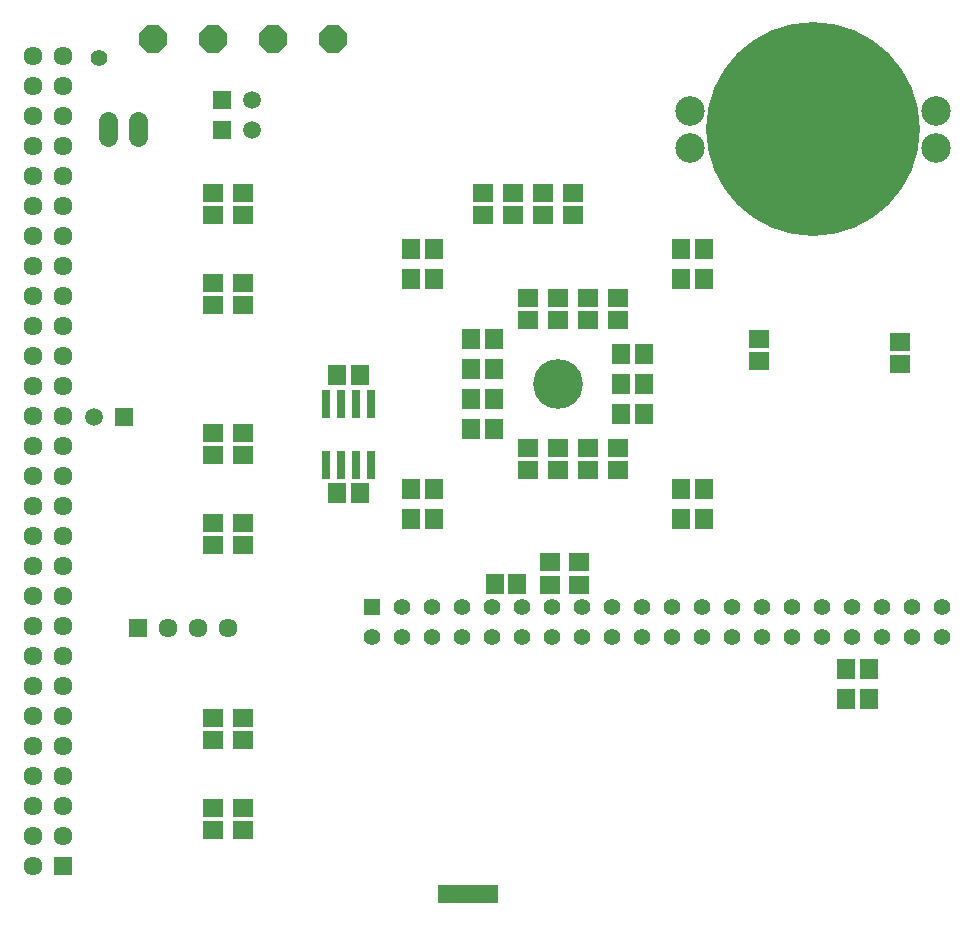
<source format=gbs>
G75*
%MOIN*%
%OFA0B0*%
%FSLAX25Y25*%
%IPPOS*%
%LPD*%
%AMOC8*
5,1,8,0,0,1.08239X$1,22.5*
%
%ADD10R,0.20000X0.06000*%
%ADD11C,0.09855*%
%ADD12C,0.71302*%
%ADD13R,0.06706X0.05918*%
%ADD14R,0.05918X0.06706*%
%ADD15R,0.06337X0.06337*%
%ADD16C,0.06337*%
%ADD17C,0.16610*%
%ADD18R,0.03162X0.09461*%
%ADD19R,0.05550X0.05550*%
%ADD20C,0.05550*%
%ADD21OC8,0.09300*%
%ADD22C,0.02828*%
%ADD23R,0.05943X0.05943*%
%ADD24C,0.05943*%
%ADD25C,0.06337*%
D10*
X0190000Y0060000D03*
D11*
X0264055Y0308701D03*
X0264055Y0320906D03*
X0345945Y0320906D03*
X0345945Y0308701D03*
D12*
X0305000Y0315000D03*
D13*
X0225000Y0293740D03*
X0225000Y0286260D03*
X0215000Y0286260D03*
X0205000Y0286260D03*
X0205000Y0293740D03*
X0215000Y0293740D03*
X0195000Y0293740D03*
X0195000Y0286260D03*
X0210000Y0258740D03*
X0220000Y0258740D03*
X0230000Y0258740D03*
X0230000Y0251260D03*
X0220000Y0251260D03*
X0210000Y0251260D03*
X0240000Y0251260D03*
X0240000Y0258740D03*
X0287044Y0245154D03*
X0287044Y0237674D03*
X0334127Y0236674D03*
X0334127Y0244154D03*
X0240000Y0208740D03*
X0240000Y0201260D03*
X0230000Y0201260D03*
X0220000Y0201260D03*
X0210000Y0201260D03*
X0210000Y0208740D03*
X0220000Y0208740D03*
X0230000Y0208740D03*
X0227000Y0170490D03*
X0217500Y0170490D03*
X0217500Y0163010D03*
X0227000Y0163010D03*
X0115000Y0176260D03*
X0105000Y0176260D03*
X0105000Y0183740D03*
X0115000Y0183740D03*
X0115000Y0206260D03*
X0105000Y0206260D03*
X0105000Y0213740D03*
X0115000Y0213740D03*
X0115000Y0256260D03*
X0105000Y0256260D03*
X0105000Y0263740D03*
X0115000Y0263740D03*
X0115000Y0286260D03*
X0105000Y0286260D03*
X0105000Y0293740D03*
X0115000Y0293740D03*
X0115000Y0118740D03*
X0105000Y0118740D03*
X0105000Y0111260D03*
X0115000Y0111260D03*
X0115000Y0088740D03*
X0105000Y0088740D03*
X0105000Y0081260D03*
X0115000Y0081260D03*
D14*
X0199010Y0163189D03*
X0206490Y0163189D03*
X0178740Y0185000D03*
X0171260Y0185000D03*
X0171260Y0195000D03*
X0178740Y0195000D03*
X0153990Y0193500D03*
X0146510Y0193500D03*
X0191260Y0215000D03*
X0198740Y0215000D03*
X0198740Y0225000D03*
X0191260Y0225000D03*
X0191260Y0235000D03*
X0198740Y0235000D03*
X0198740Y0245000D03*
X0191260Y0245000D03*
X0178740Y0265000D03*
X0171260Y0265000D03*
X0171260Y0275000D03*
X0178740Y0275000D03*
X0241260Y0240000D03*
X0248740Y0240000D03*
X0248740Y0230000D03*
X0241260Y0230000D03*
X0241260Y0220000D03*
X0248740Y0220000D03*
X0261260Y0195000D03*
X0268740Y0195000D03*
X0268740Y0185000D03*
X0261260Y0185000D03*
X0316260Y0135000D03*
X0323740Y0135000D03*
X0323740Y0125000D03*
X0316260Y0125000D03*
X0153990Y0233000D03*
X0146510Y0233000D03*
X0261260Y0265000D03*
X0268740Y0265000D03*
X0268740Y0275000D03*
X0261260Y0275000D03*
D15*
X0080000Y0148500D03*
X0055000Y0069173D03*
D16*
X0045000Y0069173D03*
X0045000Y0079173D03*
X0055000Y0079173D03*
X0055000Y0089173D03*
X0045000Y0089173D03*
X0045000Y0099173D03*
X0055000Y0099173D03*
X0055000Y0109173D03*
X0045000Y0109173D03*
X0045000Y0119173D03*
X0055000Y0119173D03*
X0055000Y0129173D03*
X0045000Y0129173D03*
X0045000Y0139173D03*
X0055000Y0139173D03*
X0055000Y0149173D03*
X0045000Y0149173D03*
X0045000Y0159173D03*
X0055000Y0159173D03*
X0055000Y0169173D03*
X0045000Y0169173D03*
X0045000Y0179173D03*
X0055000Y0179173D03*
X0055000Y0189173D03*
X0045000Y0189173D03*
X0045000Y0199173D03*
X0055000Y0199173D03*
X0055000Y0209173D03*
X0045000Y0209173D03*
X0045000Y0219173D03*
X0055000Y0219173D03*
X0055000Y0229173D03*
X0045000Y0229173D03*
X0045000Y0239173D03*
X0055000Y0239173D03*
X0055000Y0249173D03*
X0045000Y0249173D03*
X0045000Y0259173D03*
X0055000Y0259173D03*
X0055000Y0269173D03*
X0045000Y0269173D03*
X0045000Y0279173D03*
X0055000Y0279173D03*
X0055000Y0289173D03*
X0045000Y0289173D03*
X0045000Y0299173D03*
X0055000Y0299173D03*
X0055000Y0309173D03*
X0045000Y0309173D03*
X0045000Y0319173D03*
X0055000Y0319173D03*
X0055000Y0329173D03*
X0045000Y0329173D03*
X0045000Y0339173D03*
X0055000Y0339173D03*
X0090000Y0148500D03*
X0100000Y0148500D03*
X0110000Y0148500D03*
D17*
X0220000Y0230000D03*
D18*
X0157750Y0223486D03*
X0152750Y0223486D03*
X0147750Y0223486D03*
X0142750Y0223486D03*
X0142750Y0203014D03*
X0147750Y0203014D03*
X0152750Y0203014D03*
X0157750Y0203014D03*
D19*
X0157953Y0155669D03*
D20*
X0167953Y0155669D03*
X0177953Y0155669D03*
X0187953Y0155669D03*
X0197953Y0155669D03*
X0207953Y0155669D03*
X0217953Y0155669D03*
X0227953Y0155669D03*
X0237953Y0155669D03*
X0247953Y0155669D03*
X0257953Y0155669D03*
X0267953Y0155669D03*
X0277953Y0155669D03*
X0287953Y0155669D03*
X0297953Y0155669D03*
X0307953Y0155669D03*
X0317953Y0155669D03*
X0327953Y0155669D03*
X0337953Y0155669D03*
X0347953Y0155669D03*
X0347953Y0145669D03*
X0337953Y0145669D03*
X0327953Y0145669D03*
X0317953Y0145669D03*
X0307953Y0145669D03*
X0297953Y0145669D03*
X0287953Y0145669D03*
X0277953Y0145669D03*
X0267953Y0145669D03*
X0257953Y0145669D03*
X0247953Y0145669D03*
X0237953Y0145669D03*
X0227953Y0145669D03*
X0217953Y0145669D03*
X0207953Y0145669D03*
X0197953Y0145669D03*
X0187953Y0145669D03*
X0177953Y0145669D03*
X0167953Y0145669D03*
X0157953Y0145669D03*
X0067000Y0338500D03*
D21*
X0085000Y0345000D03*
X0105000Y0345000D03*
X0125000Y0345000D03*
X0145000Y0345000D03*
D22*
X0190000Y0060000D03*
D23*
X0075500Y0219000D03*
X0108000Y0314500D03*
X0108000Y0324500D03*
D24*
X0118000Y0324500D03*
X0118000Y0314500D03*
X0065500Y0219000D03*
D25*
X0070000Y0312231D02*
X0070000Y0317769D01*
X0080000Y0317769D02*
X0080000Y0312231D01*
M02*

</source>
